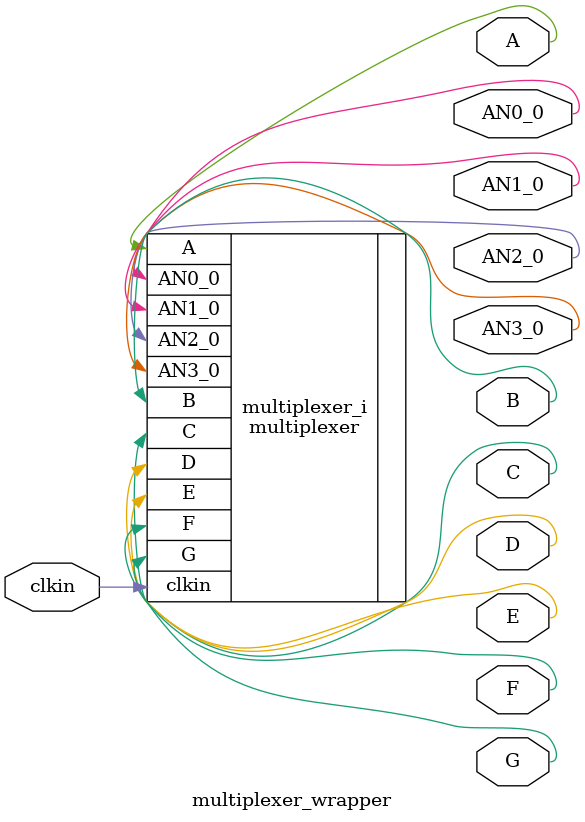
<source format=v>
`timescale 1 ps / 1 ps

module multiplexer_wrapper
   (A,
    AN0_0,
    AN1_0,
    AN2_0,
    AN3_0,
    B,
    C,
    D,
    E,
    F,
    G,
    clkin);
  output A;
  output [0:0]AN0_0;
  output [0:0]AN1_0;
  output [0:0]AN2_0;
  output [0:0]AN3_0;
  output B;
  output C;
  output D;
  output E;
  output F;
  output G;
  input clkin;

  wire A;
  wire [0:0]AN0_0;
  wire [0:0]AN1_0;
  wire [0:0]AN2_0;
  wire [0:0]AN3_0;
  wire B;
  wire C;
  wire D;
  wire E;
  wire F;
  wire G;
  wire clkin;

  multiplexer multiplexer_i
       (.A(A),
        .AN0_0(AN0_0),
        .AN1_0(AN1_0),
        .AN2_0(AN2_0),
        .AN3_0(AN3_0),
        .B(B),
        .C(C),
        .D(D),
        .E(E),
        .F(F),
        .G(G),
        .clkin(clkin));
endmodule

</source>
